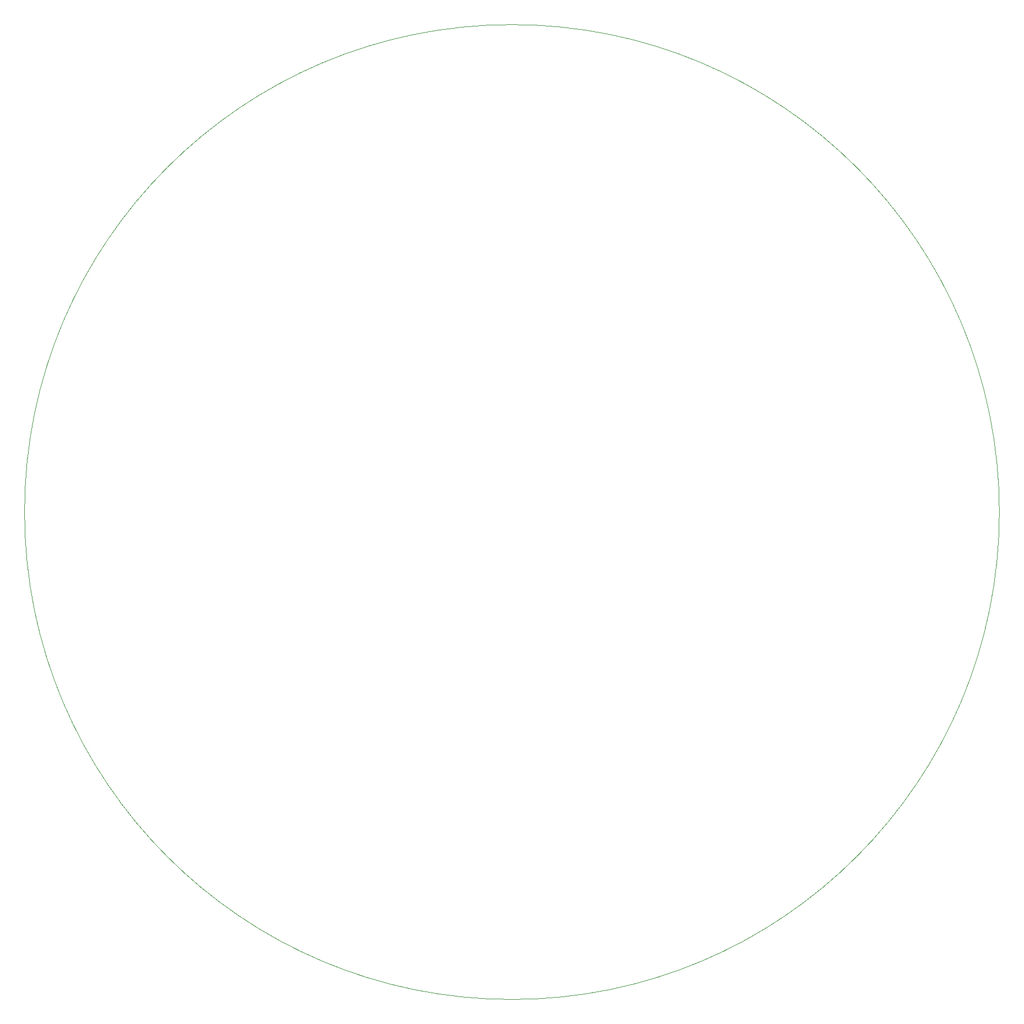
<source format=gbr>
G04 #@! TF.GenerationSoftware,KiCad,Pcbnew,(5.1.0)-1*
G04 #@! TF.CreationDate,2019-04-23T18:16:47-06:00*
G04 #@! TF.ProjectId,feedthrough_pcb,66656564-7468-4726-9f75-67685f706362,rev?*
G04 #@! TF.SameCoordinates,Original*
G04 #@! TF.FileFunction,Profile,NP*
%FSLAX46Y46*%
G04 Gerber Fmt 4.6, Leading zero omitted, Abs format (unit mm)*
G04 Created by KiCad (PCBNEW (5.1.0)-1) date 2019-04-23 18:16:47*
%MOMM*%
%LPD*%
G04 APERTURE LIST*
%ADD10C,0.050000*%
G04 APERTURE END LIST*
D10*
X174960000Y-97250000D02*
G75*
G03X174960000Y-97250000I-75000000J0D01*
G01*
M02*

</source>
